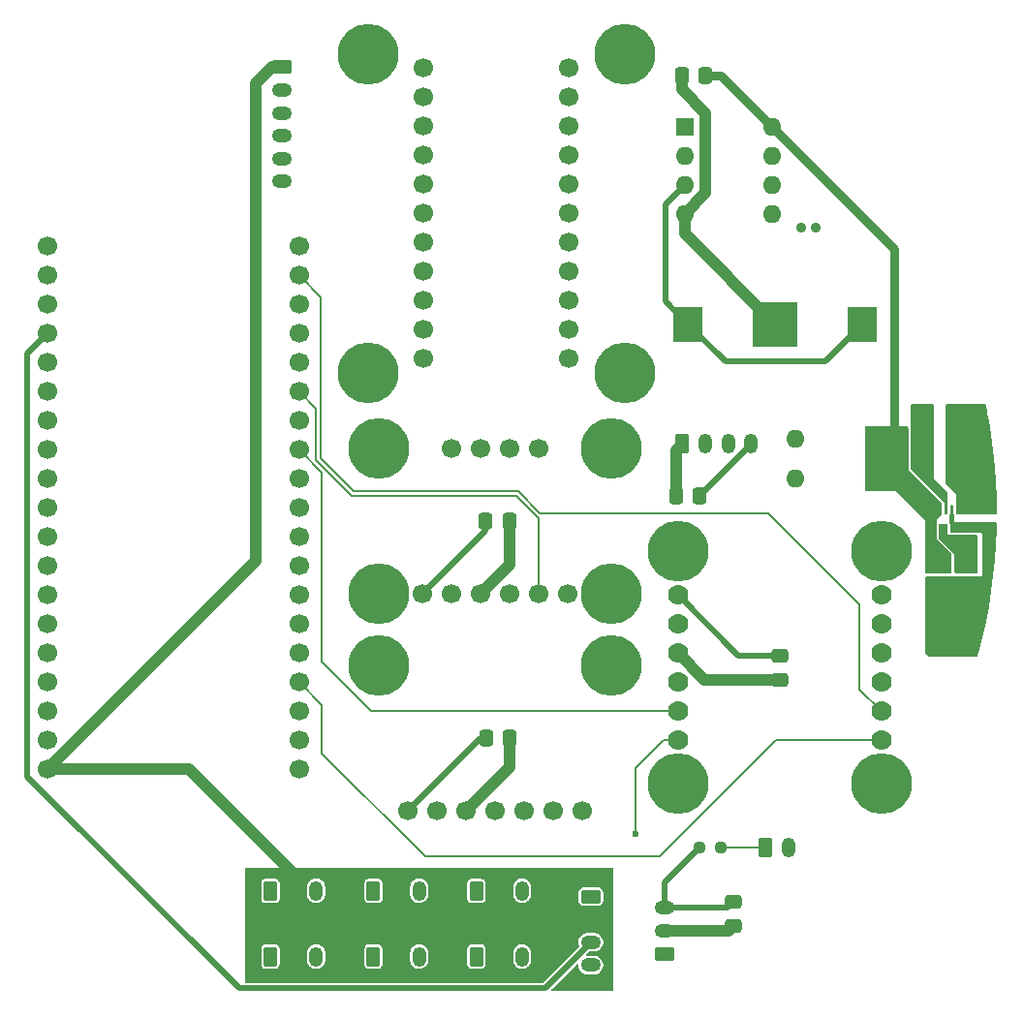
<source format=gbr>
%TF.GenerationSoftware,KiCad,Pcbnew,8.0.5*%
%TF.CreationDate,2025-05-01T20:42:09-04:00*%
%TF.ProjectId,CanSat_Sensor_Board,43616e53-6174-45f5-9365-6e736f725f42,rev?*%
%TF.SameCoordinates,Original*%
%TF.FileFunction,Copper,L1,Top*%
%TF.FilePolarity,Positive*%
%FSLAX46Y46*%
G04 Gerber Fmt 4.6, Leading zero omitted, Abs format (unit mm)*
G04 Created by KiCad (PCBNEW 8.0.5) date 2025-05-01 20:42:09*
%MOMM*%
%LPD*%
G01*
G04 APERTURE LIST*
G04 Aperture macros list*
%AMRoundRect*
0 Rectangle with rounded corners*
0 $1 Rounding radius*
0 $2 $3 $4 $5 $6 $7 $8 $9 X,Y pos of 4 corners*
0 Add a 4 corners polygon primitive as box body*
4,1,4,$2,$3,$4,$5,$6,$7,$8,$9,$2,$3,0*
0 Add four circle primitives for the rounded corners*
1,1,$1+$1,$2,$3*
1,1,$1+$1,$4,$5*
1,1,$1+$1,$6,$7*
1,1,$1+$1,$8,$9*
0 Add four rect primitives between the rounded corners*
20,1,$1+$1,$2,$3,$4,$5,0*
20,1,$1+$1,$4,$5,$6,$7,0*
20,1,$1+$1,$6,$7,$8,$9,0*
20,1,$1+$1,$8,$9,$2,$3,0*%
G04 Aperture macros list end*
%TA.AperFunction,ComponentPad*%
%ADD10C,1.600000*%
%TD*%
%TA.AperFunction,ComponentPad*%
%ADD11O,1.600000X1.600000*%
%TD*%
%TA.AperFunction,ComponentPad*%
%ADD12RoundRect,0.250000X-0.350000X-0.625000X0.350000X-0.625000X0.350000X0.625000X-0.350000X0.625000X0*%
%TD*%
%TA.AperFunction,ComponentPad*%
%ADD13O,1.200000X1.750000*%
%TD*%
%TA.AperFunction,SMDPad,CuDef*%
%ADD14RoundRect,0.250000X-0.475000X0.337500X-0.475000X-0.337500X0.475000X-0.337500X0.475000X0.337500X0*%
%TD*%
%TA.AperFunction,ComponentPad*%
%ADD15RoundRect,0.250000X-0.625000X0.350000X-0.625000X-0.350000X0.625000X-0.350000X0.625000X0.350000X0*%
%TD*%
%TA.AperFunction,ComponentPad*%
%ADD16O,1.750000X1.200000*%
%TD*%
%TA.AperFunction,SMDPad,CuDef*%
%ADD17RoundRect,0.250000X0.475000X-0.337500X0.475000X0.337500X-0.475000X0.337500X-0.475000X-0.337500X0*%
%TD*%
%TA.AperFunction,WasherPad*%
%ADD18C,5.300000*%
%TD*%
%TA.AperFunction,ComponentPad*%
%ADD19C,1.700000*%
%TD*%
%TA.AperFunction,ComponentPad*%
%ADD20C,0.910000*%
%TD*%
%TA.AperFunction,SMDPad,CuDef*%
%ADD21RoundRect,0.250000X0.337500X0.475000X-0.337500X0.475000X-0.337500X-0.475000X0.337500X-0.475000X0*%
%TD*%
%TA.AperFunction,ComponentPad*%
%ADD22C,1.778000*%
%TD*%
%TA.AperFunction,SMDPad,CuDef*%
%ADD23R,3.960000X3.960000*%
%TD*%
%TA.AperFunction,SMDPad,CuDef*%
%ADD24R,2.540000X3.170000*%
%TD*%
%TA.AperFunction,WasherPad*%
%ADD25C,1.700000*%
%TD*%
%TA.AperFunction,SMDPad,CuDef*%
%ADD26R,0.228600X0.711200*%
%TD*%
%TA.AperFunction,SMDPad,CuDef*%
%ADD27RoundRect,0.237500X0.250000X0.237500X-0.250000X0.237500X-0.250000X-0.237500X0.250000X-0.237500X0*%
%TD*%
%TA.AperFunction,ComponentPad*%
%ADD28RoundRect,0.250000X0.625000X-0.350000X0.625000X0.350000X-0.625000X0.350000X-0.625000X-0.350000X0*%
%TD*%
%TA.AperFunction,SMDPad,CuDef*%
%ADD29RoundRect,0.250000X-0.337500X-0.475000X0.337500X-0.475000X0.337500X0.475000X-0.337500X0.475000X0*%
%TD*%
%TA.AperFunction,SMDPad,CuDef*%
%ADD30R,1.500000X3.600000*%
%TD*%
%TA.AperFunction,ComponentPad*%
%ADD31R,1.600000X1.600000*%
%TD*%
%TA.AperFunction,ViaPad*%
%ADD32C,0.600000*%
%TD*%
%TA.AperFunction,Conductor*%
%ADD33C,0.500000*%
%TD*%
%TA.AperFunction,Conductor*%
%ADD34C,0.200000*%
%TD*%
%TA.AperFunction,Conductor*%
%ADD35C,1.000000*%
%TD*%
%TA.AperFunction,Conductor*%
%ADD36C,0.800000*%
%TD*%
G04 APERTURE END LIST*
D10*
%TO.P,R2,1*%
%TO.N,/5V*%
X187000000Y-97000000D03*
D11*
%TO.P,R2,2*%
%TO.N,Net-(Adafruit_BME280_STEMMA_QT_U3-Pin_6)*%
X179380000Y-97000000D03*
%TD*%
D12*
%TO.P,J9,1,Pin_1*%
%TO.N,GND*%
X133500000Y-138750000D03*
D13*
%TO.P,J9,2,Pin_2*%
%TO.N,/7.4V*%
X135500000Y-138750000D03*
%TO.P,J9,3,Pin_3*%
%TO.N,Net-(ESP32-DEVKIT-32_U1-IO14)*%
X137500000Y-138750000D03*
%TD*%
D14*
%TO.P,C8,1*%
%TO.N,/5V*%
X191750000Y-104175001D03*
%TO.P,C8,2*%
%TO.N,GND*%
X191750000Y-106250001D03*
%TD*%
D15*
%TO.P,J2,1,Pin_1*%
%TO.N,/7.4V*%
X134500000Y-61000000D03*
D16*
%TO.P,J2,2,Pin_2*%
%TO.N,Net-(ESP32-DEVKIT-32_U1-IO32)*%
X134500000Y-63000000D03*
%TO.P,J2,3,Pin_3*%
%TO.N,Net-(ESP32-DEVKIT-32_U1-IO33)*%
X134500000Y-65000000D03*
%TO.P,J2,4,Pin_4*%
%TO.N,Net-(ESP32-DEVKIT-32_U1-IO25)*%
X134500000Y-67000000D03*
%TO.P,J2,5,Pin_5*%
%TO.N,Net-(ESP32-DEVKIT-32_U1-IO26)*%
X134500000Y-69000000D03*
%TO.P,J2,6,Pin_6*%
%TO.N,GND*%
X134500000Y-71000000D03*
%TD*%
D17*
%TO.P,C7,1*%
%TO.N,GND*%
X194250000Y-106250001D03*
%TO.P,C7,2*%
%TO.N,/3.3V*%
X194250000Y-104175001D03*
%TD*%
D18*
%TO.P,SparkFunXBeeExplorer_U2,*%
%TO.N,*%
X164450000Y-87700000D03*
X164450000Y-59900000D03*
X142050000Y-87700000D03*
X142050000Y-59900000D03*
D19*
%TO.P,SparkFunXBeeExplorer_U2,JP5_1,GND*%
%TO.N,GND*%
X146900000Y-86500000D03*
%TO.P,SparkFunXBeeExplorer_U2,JP5_2,DTR*%
%TO.N,unconnected-(SparkFunXBeeExplorer_U2-DTR-PadJP5_2)*%
X146900000Y-83960000D03*
%TO.P,SparkFunXBeeExplorer_U2,JP5_3,RES1*%
%TO.N,unconnected-(SparkFunXBeeExplorer_U2-RES1-PadJP5_3)*%
X146900000Y-81420000D03*
%TO.P,SparkFunXBeeExplorer_U2,JP5_4,DIO11*%
%TO.N,unconnected-(SparkFunXBeeExplorer_U2-DIO11-PadJP5_4)*%
X146900000Y-78880000D03*
%TO.P,SparkFunXBeeExplorer_U2,JP5_5,RSSI*%
%TO.N,unconnected-(SparkFunXBeeExplorer_U2-RSSI-PadJP5_5)*%
X146900000Y-76340000D03*
%TO.P,SparkFunXBeeExplorer_U2,JP5_6,RESET*%
%TO.N,unconnected-(SparkFunXBeeExplorer_U2-RESET-PadJP5_6)*%
X146900000Y-73800000D03*
%TO.P,SparkFunXBeeExplorer_U2,JP5_7,DIO12*%
%TO.N,unconnected-(SparkFunXBeeExplorer_U2-DIO12-PadJP5_7)*%
X146900000Y-71260000D03*
%TO.P,SparkFunXBeeExplorer_U2,JP5_8,DIN*%
%TO.N,Net-(ESP32-DEVKIT-32_U1-IO17)*%
X146900000Y-68720000D03*
%TO.P,SparkFunXBeeExplorer_U2,JP5_9,DOUT*%
%TO.N,Net-(ESP32-DEVKIT-32_U1-IO16)*%
X146900000Y-66180000D03*
%TO.P,SparkFunXBeeExplorer_U2,JP5_10,3.3V*%
%TO.N,/3.3V*%
X146900000Y-63640000D03*
%TO.P,SparkFunXBeeExplorer_U2,JP5_11,GND*%
%TO.N,GND*%
X146900000Y-61100000D03*
%TO.P,SparkFunXBeeExplorer_U2,JP6_1,DIO0*%
%TO.N,unconnected-(SparkFunXBeeExplorer_U2-DIO0-PadJP6_1)*%
X159600000Y-61100000D03*
%TO.P,SparkFunXBeeExplorer_U2,JP6_2,DIO1*%
%TO.N,unconnected-(SparkFunXBeeExplorer_U2-DIO1-PadJP6_2)*%
X159600000Y-63640000D03*
%TO.P,SparkFunXBeeExplorer_U2,JP6_3,DIO2*%
%TO.N,unconnected-(SparkFunXBeeExplorer_U2-DIO2-PadJP6_3)*%
X159600000Y-66180000D03*
%TO.P,SparkFunXBeeExplorer_U2,JP6_4,DIO3*%
%TO.N,unconnected-(SparkFunXBeeExplorer_U2-DIO3-PadJP6_4)*%
X159600000Y-68720000D03*
%TO.P,SparkFunXBeeExplorer_U2,JP6_5,RTS*%
%TO.N,unconnected-(SparkFunXBeeExplorer_U2-RTS-PadJP6_5)*%
X159600000Y-71260000D03*
%TO.P,SparkFunXBeeExplorer_U2,JP6_6,DIO5*%
%TO.N,unconnected-(SparkFunXBeeExplorer_U2-DIO5-PadJP6_6)*%
X159600000Y-73800000D03*
%TO.P,SparkFunXBeeExplorer_U2,JP6_7,RES2*%
%TO.N,unconnected-(SparkFunXBeeExplorer_U2-RES2-PadJP6_7)*%
X159600000Y-76340000D03*
%TO.P,SparkFunXBeeExplorer_U2,JP6_8,DIO9*%
%TO.N,unconnected-(SparkFunXBeeExplorer_U2-DIO9-PadJP6_8)*%
X159600000Y-78880000D03*
%TO.P,SparkFunXBeeExplorer_U2,JP6_9,CTS*%
%TO.N,unconnected-(SparkFunXBeeExplorer_U2-CTS-PadJP6_9)*%
X159600000Y-81420000D03*
%TO.P,SparkFunXBeeExplorer_U2,JP6_10,DIO4*%
%TO.N,unconnected-(SparkFunXBeeExplorer_U2-DIO4-PadJP6_10)*%
X159600000Y-83960000D03*
%TO.P,SparkFunXBeeExplorer_U2,JP6_11,5V*%
%TO.N,unconnected-(SparkFunXBeeExplorer_U2-5V-PadJP6_11)*%
X159600000Y-86500000D03*
%TD*%
%TO.P,ESP32-DEVKIT-32_U1,J2-1,3V3*%
%TO.N,unconnected-(ESP32-DEVKIT-32_U1-3V3-PadJ2-1)*%
X114000000Y-76670000D03*
%TO.P,ESP32-DEVKIT-32_U1,J2-2,EN*%
%TO.N,unconnected-(ESP32-DEVKIT-32_U1-EN-PadJ2-2)*%
X114000000Y-79210000D03*
%TO.P,ESP32-DEVKIT-32_U1,J2-3,SENSOR_VP*%
%TO.N,unconnected-(ESP32-DEVKIT-32_U1-SENSOR_VP-PadJ2-3)*%
X114000000Y-81750000D03*
%TO.P,ESP32-DEVKIT-32_U1,J2-4,SENSOR_VN*%
%TO.N,/ADC*%
X114000000Y-84290000D03*
%TO.P,ESP32-DEVKIT-32_U1,J2-5,IO34*%
%TO.N,Net-(ESP32-DEVKIT-32_U1-IO34)*%
X114000000Y-86830000D03*
%TO.P,ESP32-DEVKIT-32_U1,J2-6,IO35*%
%TO.N,Net-(Adafruit_BNO085_U5-~{INT})*%
X114000000Y-89370000D03*
%TO.P,ESP32-DEVKIT-32_U1,J2-7,IO32*%
%TO.N,Net-(ESP32-DEVKIT-32_U1-IO32)*%
X114000000Y-91910000D03*
%TO.P,ESP32-DEVKIT-32_U1,J2-8,IO33*%
%TO.N,Net-(ESP32-DEVKIT-32_U1-IO33)*%
X114000000Y-94450000D03*
%TO.P,ESP32-DEVKIT-32_U1,J2-9,IO25*%
%TO.N,Net-(ESP32-DEVKIT-32_U1-IO25)*%
X114000000Y-96990000D03*
%TO.P,ESP32-DEVKIT-32_U1,J2-10,IO26*%
%TO.N,Net-(ESP32-DEVKIT-32_U1-IO26)*%
X114000000Y-99530000D03*
%TO.P,ESP32-DEVKIT-32_U1,J2-11,IO27*%
%TO.N,Net-(ESP32-DEVKIT-32_U1-IO27)*%
X114000000Y-102070000D03*
%TO.P,ESP32-DEVKIT-32_U1,J2-12,IO14*%
%TO.N,Net-(ESP32-DEVKIT-32_U1-IO14)*%
X114000000Y-104610000D03*
%TO.P,ESP32-DEVKIT-32_U1,J2-13,IO12*%
%TO.N,Net-(ESP32-DEVKIT-32_U1-IO12)*%
X114000000Y-107150000D03*
%TO.P,ESP32-DEVKIT-32_U1,J2-14,GND1*%
%TO.N,GND*%
X114000000Y-109690000D03*
%TO.P,ESP32-DEVKIT-32_U1,J2-15,IO13*%
%TO.N,Net-(ESP32-DEVKIT-32_U1-IO13)*%
X114000000Y-112230000D03*
%TO.P,ESP32-DEVKIT-32_U1,J2-16,SD2*%
%TO.N,unconnected-(ESP32-DEVKIT-32_U1-SD2-PadJ2-16)*%
X114000000Y-114770000D03*
%TO.P,ESP32-DEVKIT-32_U1,J2-17,SD3*%
%TO.N,unconnected-(ESP32-DEVKIT-32_U1-SD3-PadJ2-17)*%
X114000000Y-117310000D03*
%TO.P,ESP32-DEVKIT-32_U1,J2-18,CMD*%
%TO.N,unconnected-(ESP32-DEVKIT-32_U1-CMD-PadJ2-18)*%
X114000000Y-119850000D03*
%TO.P,ESP32-DEVKIT-32_U1,J2-19,EXT_5V*%
%TO.N,/7.4V*%
X114000000Y-122390000D03*
%TO.P,ESP32-DEVKIT-32_U1,J3-1,GND3*%
%TO.N,GND*%
X136000000Y-76670000D03*
%TO.P,ESP32-DEVKIT-32_U1,J3-2,IO23*%
%TO.N,Net-(Adafruit_BNO085_U5-DI)*%
X136000000Y-79210000D03*
%TO.P,ESP32-DEVKIT-32_U1,J3-3,IO22*%
%TO.N,Net-(Adafruit_BME280_STEMMA_QT_U3-Pin_4)*%
X136000000Y-81750000D03*
%TO.P,ESP32-DEVKIT-32_U1,J3-4,TXD0*%
%TO.N,Net-(ESP32-DEVKIT-32_U1-TXD0)*%
X136000000Y-84290000D03*
%TO.P,ESP32-DEVKIT-32_U1,J3-5,RXD0*%
%TO.N,Net-(ESP32-DEVKIT-32_U1-RXD0)*%
X136000000Y-86830000D03*
%TO.P,ESP32-DEVKIT-32_U1,J3-6,IO21*%
%TO.N,Net-(Adafruit_BME280_STEMMA_QT_U3-Pin_6)*%
X136000000Y-89370000D03*
%TO.P,ESP32-DEVKIT-32_U1,J3-7,GND2*%
%TO.N,GND*%
X136000000Y-91910000D03*
%TO.P,ESP32-DEVKIT-32_U1,J3-8,IO19*%
%TO.N,Net-(Adafruit_BNO085_U5-SDA)*%
X136000000Y-94450000D03*
%TO.P,ESP32-DEVKIT-32_U1,J3-9,IO18*%
%TO.N,Net-(Adafruit_BNO085_U5-SCL)*%
X136000000Y-96990000D03*
%TO.P,ESP32-DEVKIT-32_U1,J3-10,IO5*%
%TO.N,Net-(Adafruit_BNO085_U5-~{RST})*%
X136000000Y-99530000D03*
%TO.P,ESP32-DEVKIT-32_U1,J3-11,IO17*%
%TO.N,Net-(ESP32-DEVKIT-32_U1-IO17)*%
X136000000Y-102070000D03*
%TO.P,ESP32-DEVKIT-32_U1,J3-12,IO16*%
%TO.N,Net-(ESP32-DEVKIT-32_U1-IO16)*%
X136000000Y-104610000D03*
%TO.P,ESP32-DEVKIT-32_U1,J3-13,IO4*%
%TO.N,Net-(ESP32-DEVKIT-32_U1-IO4)*%
X136000000Y-107150000D03*
%TO.P,ESP32-DEVKIT-32_U1,J3-14,IO0*%
%TO.N,unconnected-(ESP32-DEVKIT-32_U1-IO0-PadJ3-14)*%
X136000000Y-109690000D03*
%TO.P,ESP32-DEVKIT-32_U1,J3-15,IO2*%
%TO.N,Net-(ESP32-DEVKIT-32_U1-IO2)*%
X136000000Y-112230000D03*
%TO.P,ESP32-DEVKIT-32_U1,J3-16,IO15*%
%TO.N,Net-(Adafruit_BNO085_U5-CS)*%
X136000000Y-114770000D03*
%TO.P,ESP32-DEVKIT-32_U1,J3-17,SD1*%
%TO.N,unconnected-(ESP32-DEVKIT-32_U1-SD1-PadJ3-17)*%
X136000000Y-117310000D03*
%TO.P,ESP32-DEVKIT-32_U1,J3-18,SD0*%
%TO.N,unconnected-(ESP32-DEVKIT-32_U1-SD0-PadJ3-18)*%
X136000000Y-119850000D03*
%TO.P,ESP32-DEVKIT-32_U1,J3-19,CLK*%
%TO.N,unconnected-(ESP32-DEVKIT-32_U1-CLK-PadJ3-19)*%
X136000000Y-122390000D03*
%TD*%
D20*
%TO.P,Y1,1*%
%TO.N,Net-(DS1307+_U6-X1)*%
X181135000Y-75000000D03*
%TO.P,Y1,2*%
%TO.N,Net-(DS1307+_U6-X2)*%
X179865000Y-75000000D03*
%TD*%
D18*
%TO.P,Adafruit_BME280_STEMMA_QT_U3,*%
%TO.N,*%
X143000000Y-113300000D03*
X163320000Y-113300000D03*
D19*
%TO.P,Adafruit_BME280_STEMMA_QT_U3,1,Pin_1*%
%TO.N,/3.3V*%
X145540000Y-126000000D03*
%TO.P,Adafruit_BME280_STEMMA_QT_U3,2,Pin_2*%
%TO.N,unconnected-(Adafruit_BME280_STEMMA_QT_U3-Pin_2-Pad2)*%
X148080000Y-126000000D03*
%TO.P,Adafruit_BME280_STEMMA_QT_U3,3,Pin_3*%
%TO.N,GND*%
X150620000Y-126000000D03*
%TO.P,Adafruit_BME280_STEMMA_QT_U3,4,Pin_4*%
%TO.N,Net-(Adafruit_BME280_STEMMA_QT_U3-Pin_4)*%
X153160000Y-126000000D03*
%TO.P,Adafruit_BME280_STEMMA_QT_U3,5,Pin_5*%
%TO.N,unconnected-(Adafruit_BME280_STEMMA_QT_U3-Pin_5-Pad5)*%
X155700000Y-126000000D03*
%TO.P,Adafruit_BME280_STEMMA_QT_U3,6,Pin_6*%
%TO.N,Net-(Adafruit_BME280_STEMMA_QT_U3-Pin_6)*%
X158240000Y-126000000D03*
%TO.P,Adafruit_BME280_STEMMA_QT_U3,7,Pin_7*%
%TO.N,unconnected-(Adafruit_BME280_STEMMA_QT_U3-Pin_7-Pad7)*%
X160780000Y-126000000D03*
%TD*%
D12*
%TO.P,J8,1,Pin_1*%
%TO.N,GND*%
X133500000Y-133000000D03*
D13*
%TO.P,J8,2,Pin_2*%
%TO.N,/7.4V*%
X135500000Y-133000000D03*
%TO.P,J8,3,Pin_3*%
%TO.N,Net-(ESP32-DEVKIT-32_U1-IO27)*%
X137500000Y-133000000D03*
%TD*%
D17*
%TO.P,C1,1*%
%TO.N,GND*%
X174000000Y-136037500D03*
%TO.P,C1,2*%
%TO.N,/3.3V*%
X174000000Y-133962500D03*
%TD*%
D12*
%TO.P,J4,1,Pin_1*%
%TO.N,GND*%
X169500000Y-93950000D03*
D13*
%TO.P,J4,2,Pin_2*%
%TO.N,Net-(ESP32-DEVKIT-32_U1-RXD0)*%
X171500000Y-93950000D03*
%TO.P,J4,3,Pin_3*%
%TO.N,Net-(ESP32-DEVKIT-32_U1-TXD0)*%
X173500000Y-93950000D03*
%TO.P,J4,4,Pin_4*%
%TO.N,/3.3V*%
X175500000Y-93950000D03*
%TD*%
D12*
%TO.P,J11,1,Pin_1*%
%TO.N,GND*%
X151500000Y-138750000D03*
D13*
%TO.P,J11,2,Pin_2*%
%TO.N,/7.4V*%
X153500000Y-138750000D03*
%TO.P,J11,3,Pin_3*%
%TO.N,Net-(ESP32-DEVKIT-32_U1-IO13)*%
X155500000Y-138750000D03*
%TD*%
D21*
%TO.P,C4,1*%
%TO.N,GND*%
X154387500Y-100650000D03*
%TO.P,C4,2*%
%TO.N,/3.3V*%
X152312500Y-100650000D03*
%TD*%
D22*
%TO.P,Adafruit_BNO085_U5,JP2_6,CS*%
%TO.N,Net-(Adafruit_BNO085_U5-CS)*%
X186890000Y-119850000D03*
%TO.P,Adafruit_BNO085_U5,JP2_5,DI*%
%TO.N,Net-(Adafruit_BNO085_U5-DI)*%
X186890000Y-117310000D03*
%TO.P,Adafruit_BNO085_U5,JP2_4,~{RST}*%
%TO.N,Net-(Adafruit_BNO085_U5-~{RST})*%
X186890000Y-114770000D03*
%TO.P,Adafruit_BNO085_U5,JP2_3,P1*%
%TO.N,unconnected-(Adafruit_BNO085_U5-P1-PadJP2_3)*%
X186890000Y-112230000D03*
%TO.P,Adafruit_BNO085_U5,JP2_2,P0*%
%TO.N,unconnected-(Adafruit_BNO085_U5-P0-PadJP2_2)*%
X186890000Y-109690000D03*
%TO.P,Adafruit_BNO085_U5,JP2_1,BT*%
%TO.N,unconnected-(Adafruit_BNO085_U5-BT-PadJP2_1)*%
X186890000Y-107150000D03*
%TO.P,Adafruit_BNO085_U5,JP1_6,~{INT}*%
%TO.N,Net-(Adafruit_BNO085_U5-~{INT})*%
X169110000Y-119850000D03*
%TO.P,Adafruit_BNO085_U5,JP1_5,SDA*%
%TO.N,Net-(Adafruit_BNO085_U5-SDA)*%
X169110000Y-117310000D03*
%TO.P,Adafruit_BNO085_U5,JP1_4,SCL*%
%TO.N,Net-(Adafruit_BNO085_U5-SCL)*%
X169110000Y-114770000D03*
%TO.P,Adafruit_BNO085_U5,JP1_3,GND*%
%TO.N,GND*%
X169110000Y-112230000D03*
%TO.P,Adafruit_BNO085_U5,JP1_2,3VO*%
%TO.N,unconnected-(Adafruit_BNO085_U5-3VO-PadJP1_2)*%
X169110000Y-109690000D03*
%TO.P,Adafruit_BNO085_U5,JP1_1,VIN*%
%TO.N,/3.3V*%
X169110000Y-107150000D03*
D18*
%TO.P,Adafruit_BNO085_U5,*%
%TO.N,*%
X169110000Y-123660000D03*
X186890000Y-123660000D03*
X169110000Y-103340000D03*
X186890000Y-103340000D03*
%TD*%
D23*
%TO.P,2894TR_U7,N*%
%TO.N,GND*%
X177620000Y-83500000D03*
D24*
%TO.P,2894TR_U7,P1*%
%TO.N,Net-(DS1307+_U6-VBAT)*%
X185240000Y-83500000D03*
%TO.P,2894TR_U7,P2*%
X170000000Y-83500000D03*
%TD*%
D10*
%TO.P,R3,1*%
%TO.N,/5V*%
X187000000Y-93500000D03*
D11*
%TO.P,R3,2*%
%TO.N,Net-(Adafruit_BME280_STEMMA_QT_U3-Pin_4)*%
X179380000Y-93500000D03*
%TD*%
D18*
%TO.P,Adafruit_LIS3MDL_U4,*%
%TO.N,*%
X143000000Y-94300000D03*
X143000000Y-107000000D03*
D25*
X149350000Y-94300000D03*
X151890000Y-94300000D03*
X154430000Y-94300000D03*
X156970000Y-94300000D03*
D18*
X163320000Y-94300000D03*
X163320000Y-107000000D03*
D19*
%TO.P,Adafruit_LIS3MDL_U4,1,Pin_1*%
%TO.N,/3.3V*%
X146810000Y-107000000D03*
%TO.P,Adafruit_LIS3MDL_U4,2,Pin_2*%
%TO.N,unconnected-(Adafruit_LIS3MDL_U4-Pin_2-Pad2)*%
X149350000Y-107000000D03*
%TO.P,Adafruit_LIS3MDL_U4,3,Pin_3*%
%TO.N,GND*%
X151890000Y-107000000D03*
%TO.P,Adafruit_LIS3MDL_U4,4,Pin_4*%
%TO.N,Net-(Adafruit_BME280_STEMMA_QT_U3-Pin_4)*%
X154430000Y-107000000D03*
%TO.P,Adafruit_LIS3MDL_U4,5,Pin_5*%
%TO.N,Net-(Adafruit_BME280_STEMMA_QT_U3-Pin_6)*%
X156970000Y-107000000D03*
%TO.P,Adafruit_LIS3MDL_U4,6,Pin_6*%
%TO.N,unconnected-(Adafruit_LIS3MDL_U4-Pin_6-Pad6)*%
X159510000Y-107000000D03*
%TD*%
D12*
%TO.P,J10,1,Pin_1*%
%TO.N,GND*%
X142500000Y-138750000D03*
D13*
%TO.P,J10,2,Pin_2*%
%TO.N,/7.4V*%
X144500000Y-138750000D03*
%TO.P,J10,3,Pin_3*%
%TO.N,Net-(ESP32-DEVKIT-32_U1-IO12)*%
X146500000Y-138750000D03*
%TD*%
D26*
%TO.P,TPS610333DRLR_U8,1,VIN*%
%TO.N,/3.3V*%
X192049200Y-101299201D03*
%TO.P,TPS610333DRLR_U8,2,EN*%
X192549201Y-101299201D03*
%TO.P,TPS610333DRLR_U8,3,MODE*%
%TO.N,GND*%
X193049201Y-101299201D03*
%TO.P,TPS610333DRLR_U8,4,PG*%
X193549202Y-101299201D03*
%TO.P,TPS610333DRLR_U8,5,FB*%
%TO.N,/3.3V*%
X193549202Y-99700799D03*
%TO.P,TPS610333DRLR_U8,6,GND*%
%TO.N,GND*%
X193049201Y-99700799D03*
%TO.P,TPS610333DRLR_U8,7,SW*%
%TO.N,/SW*%
X192549201Y-99700799D03*
%TO.P,TPS610333DRLR_U8,8,VOUT*%
%TO.N,/5V*%
X192049200Y-99700799D03*
%TD*%
D27*
%TO.P,R1,1*%
%TO.N,Net-(J5-Pin_1)*%
X172825000Y-129250000D03*
%TO.P,R1,2*%
%TO.N,/3.3V*%
X171000000Y-129250000D03*
%TD*%
D28*
%TO.P,J3,1,Pin_1*%
%TO.N,Net-(ESP32-DEVKIT-32_U1-IO34)*%
X167950000Y-138500000D03*
D16*
%TO.P,J3,2,Pin_2*%
%TO.N,GND*%
X167950000Y-136500000D03*
%TO.P,J3,3,Pin_3*%
%TO.N,/3.3V*%
X167950000Y-134500000D03*
%TD*%
D29*
%TO.P,C6,1*%
%TO.N,GND*%
X169462500Y-61750000D03*
%TO.P,C6,2*%
%TO.N,/5V*%
X171537500Y-61750000D03*
%TD*%
D30*
%TO.P,WE-LQS_4025_L1,1*%
%TO.N,/3.3V*%
X193525000Y-92500000D03*
%TO.P,WE-LQS_4025_L1,2*%
%TO.N,/SW*%
X190475000Y-92500000D03*
%TD*%
D12*
%TO.P,J6,1,Pin_1*%
%TO.N,GND*%
X142500000Y-133000000D03*
D13*
%TO.P,J6,2,Pin_2*%
%TO.N,/7.4V*%
X144500000Y-133000000D03*
%TO.P,J6,3,Pin_3*%
%TO.N,Net-(ESP32-DEVKIT-32_U1-IO2)*%
X146500000Y-133000000D03*
%TD*%
D29*
%TO.P,C3,1*%
%TO.N,GND*%
X168962500Y-98500000D03*
%TO.P,C3,2*%
%TO.N,/3.3V*%
X171037500Y-98500000D03*
%TD*%
D12*
%TO.P,J5,1,Pin_1*%
%TO.N,Net-(J5-Pin_1)*%
X176750000Y-129250000D03*
D13*
%TO.P,J5,2,Pin_2*%
%TO.N,GND*%
X178750000Y-129250000D03*
%TD*%
D15*
%TO.P,J1,1,Pin_1*%
%TO.N,/3.3V*%
X161500000Y-133500000D03*
D16*
%TO.P,J1,2,Pin_2*%
%TO.N,/7.4V*%
X161500000Y-135500000D03*
%TO.P,J1,3,Pin_3*%
%TO.N,/ADC*%
X161500000Y-137500000D03*
%TO.P,J1,4,Pin_4*%
%TO.N,GND*%
X161500000Y-139500000D03*
%TD*%
D31*
%TO.P,DS1307+_U6,1,X1*%
%TO.N,Net-(DS1307+_U6-X1)*%
X169700000Y-66200000D03*
D11*
%TO.P,DS1307+_U6,2,X2*%
%TO.N,Net-(DS1307+_U6-X2)*%
X169700000Y-68740000D03*
%TO.P,DS1307+_U6,3,VBAT*%
%TO.N,Net-(DS1307+_U6-VBAT)*%
X169700000Y-71280000D03*
%TO.P,DS1307+_U6,4,GND*%
%TO.N,GND*%
X169700000Y-73820000D03*
%TO.P,DS1307+_U6,5,SDA*%
%TO.N,Net-(Adafruit_BME280_STEMMA_QT_U3-Pin_6)*%
X177320000Y-73820000D03*
%TO.P,DS1307+_U6,6,SCL*%
%TO.N,Net-(Adafruit_BME280_STEMMA_QT_U3-Pin_4)*%
X177320000Y-71280000D03*
%TO.P,DS1307+_U6,7,SQW/OUT*%
%TO.N,unconnected-(DS1307+_U6-SQW{slash}OUT-Pad7)*%
X177320000Y-68740000D03*
%TO.P,DS1307+_U6,8,VCC*%
%TO.N,/5V*%
X177320000Y-66200000D03*
%TD*%
D12*
%TO.P,J7,1,Pin_1*%
%TO.N,GND*%
X151500000Y-133000000D03*
D13*
%TO.P,J7,2,Pin_2*%
%TO.N,/7.4V*%
X153500000Y-133000000D03*
%TO.P,J7,3,Pin_3*%
%TO.N,Net-(ESP32-DEVKIT-32_U1-IO4)*%
X155500000Y-133000000D03*
%TD*%
D17*
%TO.P,C5,1*%
%TO.N,GND*%
X178000000Y-114537500D03*
%TO.P,C5,2*%
%TO.N,/3.3V*%
X178000000Y-112462500D03*
%TD*%
D29*
%TO.P,C2,1*%
%TO.N,/3.3V*%
X152342500Y-119650000D03*
%TO.P,C2,2*%
%TO.N,GND*%
X154417500Y-119650000D03*
%TD*%
D32*
%TO.N,Net-(Adafruit_BNO085_U5-~{INT})*%
X165400000Y-128000000D03*
%TO.N,/3.3V*%
X195250000Y-99000000D03*
X193525000Y-92500000D03*
X194250000Y-97250000D03*
X194250000Y-104250000D03*
X194750000Y-102500000D03*
X196000000Y-97750000D03*
X195500000Y-95750000D03*
X193750000Y-95500000D03*
X193500000Y-102500000D03*
%TO.N,GND*%
X191750000Y-106250001D03*
X194250000Y-106250001D03*
X193750000Y-108250000D03*
X194750000Y-110250000D03*
X193500000Y-111250000D03*
X191750000Y-109750000D03*
X191750000Y-111000000D03*
X193000000Y-109500000D03*
X195000000Y-108250000D03*
X191500000Y-108250000D03*
%TO.N,/5V*%
X190500000Y-99250000D03*
X191750000Y-104250000D03*
X189250000Y-97750000D03*
X188750000Y-94250000D03*
%TO.N,/SW*%
X190475000Y-92500000D03*
X190500000Y-94500000D03*
X190500000Y-96000000D03*
%TD*%
D33*
%TO.N,Net-(DS1307+_U6-VBAT)*%
X170000000Y-83500000D02*
X173250000Y-86750000D01*
X168000000Y-72980000D02*
X169700000Y-71280000D01*
X173250000Y-86750000D02*
X181990000Y-86750000D01*
X170000000Y-83500000D02*
X168000000Y-81500000D01*
X168000000Y-81500000D02*
X168000000Y-72980000D01*
X181990000Y-86750000D02*
X185240000Y-83500000D01*
D34*
%TO.N,Net-(Adafruit_BME280_STEMMA_QT_U3-Pin_6)*%
X156970000Y-107000000D02*
X156970000Y-100470000D01*
X156970000Y-100470000D02*
X155000000Y-98500000D01*
X140615686Y-98500000D02*
X143000000Y-98500000D01*
X155000000Y-98500000D02*
X143000000Y-98500000D01*
X136000000Y-89370000D02*
X137500000Y-90870000D01*
X137500000Y-90870000D02*
X137500000Y-95384314D01*
X137500000Y-95384314D02*
X140615686Y-98500000D01*
%TO.N,Net-(Adafruit_BNO085_U5-DI)*%
X185000000Y-108000000D02*
X177000000Y-100000000D01*
X140781372Y-98100000D02*
X137900000Y-95218628D01*
X137900000Y-81110000D02*
X136000000Y-79210000D01*
X186890000Y-117310000D02*
X185000000Y-115420000D01*
X155165686Y-98100000D02*
X140781372Y-98100000D01*
X137900000Y-95218628D02*
X137900000Y-81110000D01*
X157065686Y-100000000D02*
X155165686Y-98100000D01*
X177000000Y-100000000D02*
X157065686Y-100000000D01*
X185000000Y-115420000D02*
X185000000Y-108000000D01*
%TO.N,Net-(Adafruit_BNO085_U5-SDA)*%
X138000000Y-113000000D02*
X138000000Y-96450000D01*
X169110000Y-117310000D02*
X142310000Y-117310000D01*
X138000000Y-96450000D02*
X136000000Y-94450000D01*
X142310000Y-117310000D02*
X138000000Y-113000000D01*
%TO.N,Net-(Adafruit_BNO085_U5-CS)*%
X167500000Y-130000000D02*
X147000000Y-130000000D01*
X138000000Y-116770000D02*
X136000000Y-114770000D01*
X138000000Y-121000000D02*
X138000000Y-116770000D01*
X177650000Y-119850000D02*
X167500000Y-130000000D01*
X186890000Y-119850000D02*
X177650000Y-119850000D01*
X147000000Y-130000000D02*
X138000000Y-121000000D01*
%TO.N,Net-(Adafruit_BNO085_U5-~{INT})*%
X169110000Y-119850000D02*
X167852765Y-119850000D01*
X165400000Y-122302764D02*
X165851382Y-121851382D01*
X165400000Y-128000000D02*
X165400000Y-122302764D01*
X167852765Y-119850000D02*
X165851382Y-121851382D01*
D33*
%TO.N,/3.3V*%
X167950000Y-134500000D02*
X173462500Y-134500000D01*
X167950000Y-132300000D02*
X171000000Y-129250000D01*
X152342500Y-119650000D02*
X151890000Y-119650000D01*
X174422500Y-112462500D02*
X169110000Y-107150000D01*
X167950000Y-134500000D02*
X167950000Y-132300000D01*
X173462500Y-134500000D02*
X174000000Y-133962500D01*
X146810000Y-107000000D02*
X152312500Y-101497500D01*
X152312500Y-101497500D02*
X152312500Y-100650000D01*
D34*
X170537500Y-98500000D02*
X170950000Y-98500000D01*
D33*
X175500000Y-94037500D02*
X171037500Y-98500000D01*
X178000000Y-112462500D02*
X174422500Y-112462500D01*
X151890000Y-119650000D02*
X145540000Y-126000000D01*
X175500000Y-93950000D02*
X175500000Y-94037500D01*
D35*
%TO.N,GND*%
X154417500Y-119650000D02*
X154417500Y-122202500D01*
X154387500Y-100650000D02*
X154387500Y-104502500D01*
X169462500Y-62962500D02*
X171500000Y-65000000D01*
X168962500Y-98500000D02*
X168962500Y-94487500D01*
X154387500Y-104502500D02*
X151890000Y-107000000D01*
X173537500Y-136500000D02*
X174000000Y-136037500D01*
X168962500Y-94487500D02*
X169500000Y-93950000D01*
X171417500Y-114537500D02*
X169110000Y-112230000D01*
X177620000Y-83500000D02*
X169700000Y-75580000D01*
X169700000Y-75580000D02*
X169700000Y-73820000D01*
X169462500Y-61750000D02*
X169462500Y-62962500D01*
X178000000Y-114537500D02*
X171417500Y-114537500D01*
X154417500Y-122202500D02*
X150620000Y-126000000D01*
X171500000Y-65000000D02*
X171500000Y-72020000D01*
X167950000Y-136500000D02*
X173537500Y-136500000D01*
X171500000Y-72020000D02*
X169700000Y-73820000D01*
D36*
%TO.N,/5V*%
X172870000Y-61750000D02*
X177320000Y-66200000D01*
X188000000Y-92500000D02*
X188000000Y-76880000D01*
X187000000Y-93500000D02*
X187000000Y-93250000D01*
X171537500Y-61750000D02*
X172870000Y-61750000D01*
X188000000Y-76880000D02*
X177320000Y-66200000D01*
X187000000Y-93500000D02*
X188000000Y-92500000D01*
D35*
%TO.N,/7.4V*%
X153500000Y-133113478D02*
X153500000Y-133000000D01*
X126390000Y-122390000D02*
X135500000Y-131500000D01*
X114000000Y-122390000D02*
X132250000Y-104140000D01*
X132250000Y-104140000D02*
X132250000Y-62375000D01*
X135500000Y-131500000D02*
X135500000Y-132725000D01*
X135500000Y-139250000D02*
X135500000Y-138750000D01*
X133625000Y-61000000D02*
X134500000Y-61000000D01*
X114000000Y-122390000D02*
X126390000Y-122390000D01*
X144500000Y-138750000D02*
X144500000Y-139250000D01*
X153500000Y-138750000D02*
X153500000Y-139250000D01*
D34*
X135500000Y-132725000D02*
X135500000Y-133000000D01*
D35*
X132250000Y-62375000D02*
X133625000Y-61000000D01*
D34*
%TO.N,Net-(J5-Pin_1)*%
X172825000Y-129250000D02*
X176750000Y-129250000D01*
D33*
%TO.N,/ADC*%
X157500000Y-141500000D02*
X161500000Y-137500000D01*
X114000000Y-84290000D02*
X112250000Y-86040000D01*
X112250000Y-86040000D02*
X112250000Y-123000000D01*
X112250000Y-123000000D02*
X130750000Y-141500000D01*
X130750000Y-141500000D02*
X157500000Y-141500000D01*
%TD*%
%TA.AperFunction,Conductor*%
%TO.N,/SW*%
G36*
X191443039Y-90469685D02*
G01*
X191488794Y-90522489D01*
X191500000Y-90574000D01*
X191500000Y-97000000D01*
X192663681Y-98163681D01*
X192697166Y-98225004D01*
X192700000Y-98251362D01*
X192700000Y-99976000D01*
X192680315Y-100043039D01*
X192627511Y-100088794D01*
X192576000Y-100100000D01*
X192529500Y-100100000D01*
X192462461Y-100080315D01*
X192416706Y-100027511D01*
X192405500Y-99976000D01*
X192405500Y-99201361D01*
X192404321Y-99179383D01*
X192400837Y-99146982D01*
X192401419Y-99146919D01*
X192400000Y-99133118D01*
X192400000Y-99050000D01*
X189491819Y-96141819D01*
X189458334Y-96080496D01*
X189455500Y-96054138D01*
X189455500Y-92522376D01*
X189455499Y-92522373D01*
X189450753Y-92476817D01*
X189451041Y-92476786D01*
X189450000Y-92463424D01*
X189450000Y-90574000D01*
X189469685Y-90506961D01*
X189522489Y-90461206D01*
X189574000Y-90450000D01*
X191376000Y-90450000D01*
X191443039Y-90469685D01*
G37*
%TD.AperFunction*%
%TD*%
%TA.AperFunction,Conductor*%
%TO.N,/7.4V*%
G36*
X163443039Y-131019685D02*
G01*
X163488794Y-131072489D01*
X163500000Y-131124000D01*
X163500000Y-141626000D01*
X163480315Y-141693039D01*
X163427511Y-141738794D01*
X163376000Y-141750000D01*
X158186465Y-141750000D01*
X158119426Y-141730315D01*
X158073671Y-141677511D01*
X158063727Y-141608353D01*
X158092752Y-141544797D01*
X158098784Y-141538319D01*
X160212819Y-139424283D01*
X160274142Y-139390798D01*
X160343834Y-139395782D01*
X160399767Y-139437654D01*
X160424184Y-139503118D01*
X160424500Y-139511964D01*
X160424500Y-139578846D01*
X160455261Y-139733489D01*
X160455264Y-139733501D01*
X160515602Y-139879172D01*
X160515609Y-139879185D01*
X160603210Y-140010288D01*
X160603213Y-140010292D01*
X160714707Y-140121786D01*
X160714711Y-140121789D01*
X160845814Y-140209390D01*
X160845827Y-140209397D01*
X160991498Y-140269735D01*
X160991503Y-140269737D01*
X161146153Y-140300499D01*
X161146156Y-140300500D01*
X161146158Y-140300500D01*
X161853844Y-140300500D01*
X161853845Y-140300499D01*
X162008497Y-140269737D01*
X162154179Y-140209394D01*
X162285289Y-140121789D01*
X162396789Y-140010289D01*
X162484394Y-139879179D01*
X162544737Y-139733497D01*
X162575500Y-139578842D01*
X162575500Y-139421158D01*
X162575500Y-139421155D01*
X162575499Y-139421153D01*
X162544738Y-139266510D01*
X162544737Y-139266503D01*
X162544735Y-139266498D01*
X162484397Y-139120827D01*
X162484390Y-139120814D01*
X162396789Y-138989711D01*
X162396786Y-138989707D01*
X162285292Y-138878213D01*
X162285288Y-138878210D01*
X162154185Y-138790609D01*
X162154172Y-138790602D01*
X162008501Y-138730264D01*
X162008489Y-138730261D01*
X161853845Y-138699500D01*
X161853842Y-138699500D01*
X161236965Y-138699500D01*
X161169926Y-138679815D01*
X161124171Y-138627011D01*
X161114227Y-138557853D01*
X161143252Y-138494297D01*
X161149284Y-138487819D01*
X161300284Y-138336819D01*
X161361607Y-138303334D01*
X161387965Y-138300500D01*
X161853844Y-138300500D01*
X161853845Y-138300499D01*
X162008497Y-138269737D01*
X162154179Y-138209394D01*
X162285289Y-138121789D01*
X162396789Y-138010289D01*
X162484394Y-137879179D01*
X162544737Y-137733497D01*
X162575500Y-137578842D01*
X162575500Y-137421158D01*
X162575500Y-137421155D01*
X162575499Y-137421153D01*
X162544738Y-137266510D01*
X162544737Y-137266503D01*
X162544735Y-137266498D01*
X162484397Y-137120827D01*
X162484390Y-137120814D01*
X162396789Y-136989711D01*
X162396786Y-136989707D01*
X162285292Y-136878213D01*
X162285288Y-136878210D01*
X162154185Y-136790609D01*
X162154172Y-136790602D01*
X162008501Y-136730264D01*
X162008489Y-136730261D01*
X161853845Y-136699500D01*
X161853842Y-136699500D01*
X161146158Y-136699500D01*
X161146155Y-136699500D01*
X160991510Y-136730261D01*
X160991498Y-136730264D01*
X160845827Y-136790602D01*
X160845814Y-136790609D01*
X160714711Y-136878210D01*
X160714707Y-136878213D01*
X160603213Y-136989707D01*
X160603210Y-136989711D01*
X160515609Y-137120814D01*
X160515602Y-137120827D01*
X160455264Y-137266498D01*
X160455261Y-137266510D01*
X160424500Y-137421153D01*
X160424500Y-137578846D01*
X160455261Y-137733489D01*
X160455264Y-137733501D01*
X160474559Y-137780083D01*
X160482028Y-137849552D01*
X160450752Y-137912031D01*
X160447679Y-137915216D01*
X157349716Y-141013181D01*
X157288393Y-141046666D01*
X157262035Y-141049500D01*
X131374000Y-141049500D01*
X131306961Y-141029815D01*
X131261206Y-140977011D01*
X131250000Y-140925500D01*
X131250000Y-138070730D01*
X132699500Y-138070730D01*
X132699500Y-139429269D01*
X132702353Y-139459699D01*
X132702353Y-139459701D01*
X132744044Y-139578844D01*
X132747207Y-139587882D01*
X132827850Y-139697150D01*
X132937118Y-139777793D01*
X132979845Y-139792744D01*
X133065299Y-139822646D01*
X133095730Y-139825500D01*
X133095734Y-139825500D01*
X133904270Y-139825500D01*
X133934699Y-139822646D01*
X133934701Y-139822646D01*
X133998790Y-139800219D01*
X134062882Y-139777793D01*
X134172150Y-139697150D01*
X134252793Y-139587882D01*
X134282453Y-139503118D01*
X134297646Y-139459701D01*
X134297646Y-139459699D01*
X134300500Y-139429269D01*
X134300500Y-138396153D01*
X136699500Y-138396153D01*
X136699500Y-139103846D01*
X136730261Y-139258489D01*
X136730264Y-139258501D01*
X136790602Y-139404172D01*
X136790609Y-139404185D01*
X136878210Y-139535288D01*
X136878213Y-139535292D01*
X136989707Y-139646786D01*
X136989711Y-139646789D01*
X137120814Y-139734390D01*
X137120827Y-139734397D01*
X137225596Y-139777793D01*
X137266503Y-139794737D01*
X137406810Y-139822646D01*
X137421153Y-139825499D01*
X137421156Y-139825500D01*
X137421158Y-139825500D01*
X137578844Y-139825500D01*
X137578845Y-139825499D01*
X137733497Y-139794737D01*
X137879179Y-139734394D01*
X138010289Y-139646789D01*
X138121789Y-139535289D01*
X138209394Y-139404179D01*
X138269737Y-139258497D01*
X138300500Y-139103842D01*
X138300500Y-138396158D01*
X138300500Y-138396155D01*
X138300499Y-138396153D01*
X138275353Y-138269737D01*
X138269737Y-138241503D01*
X138269735Y-138241498D01*
X138209397Y-138095827D01*
X138209390Y-138095814D01*
X138192629Y-138070730D01*
X141699500Y-138070730D01*
X141699500Y-139429269D01*
X141702353Y-139459699D01*
X141702353Y-139459701D01*
X141744044Y-139578844D01*
X141747207Y-139587882D01*
X141827850Y-139697150D01*
X141937118Y-139777793D01*
X141979845Y-139792744D01*
X142065299Y-139822646D01*
X142095730Y-139825500D01*
X142095734Y-139825500D01*
X142904270Y-139825500D01*
X142934699Y-139822646D01*
X142934701Y-139822646D01*
X142998790Y-139800219D01*
X143062882Y-139777793D01*
X143172150Y-139697150D01*
X143252793Y-139587882D01*
X143282453Y-139503118D01*
X143297646Y-139459701D01*
X143297646Y-139459699D01*
X143300500Y-139429269D01*
X143300500Y-138396153D01*
X145699500Y-138396153D01*
X145699500Y-139103846D01*
X145730261Y-139258489D01*
X145730264Y-139258501D01*
X145790602Y-139404172D01*
X145790609Y-139404185D01*
X145878210Y-139535288D01*
X145878213Y-139535292D01*
X145989707Y-139646786D01*
X145989711Y-139646789D01*
X146120814Y-139734390D01*
X146120827Y-139734397D01*
X146225596Y-139777793D01*
X146266503Y-139794737D01*
X146406810Y-139822646D01*
X146421153Y-139825499D01*
X146421156Y-139825500D01*
X146421158Y-139825500D01*
X146578844Y-139825500D01*
X146578845Y-139825499D01*
X146733497Y-139794737D01*
X146879179Y-139734394D01*
X147010289Y-139646789D01*
X147121789Y-139535289D01*
X147209394Y-139404179D01*
X147269737Y-139258497D01*
X147300500Y-139103842D01*
X147300500Y-138396158D01*
X147300500Y-138396155D01*
X147300499Y-138396153D01*
X147275353Y-138269737D01*
X147269737Y-138241503D01*
X147269735Y-138241498D01*
X147209397Y-138095827D01*
X147209390Y-138095814D01*
X147192629Y-138070730D01*
X150699500Y-138070730D01*
X150699500Y-139429269D01*
X150702353Y-139459699D01*
X150702353Y-139459701D01*
X150744044Y-139578844D01*
X150747207Y-139587882D01*
X150827850Y-139697150D01*
X150937118Y-139777793D01*
X150979845Y-139792744D01*
X151065299Y-139822646D01*
X151095730Y-139825500D01*
X151095734Y-139825500D01*
X151904270Y-139825500D01*
X151934699Y-139822646D01*
X151934701Y-139822646D01*
X151998790Y-139800219D01*
X152062882Y-139777793D01*
X152172150Y-139697150D01*
X152252793Y-139587882D01*
X152282453Y-139503118D01*
X152297646Y-139459701D01*
X152297646Y-139459699D01*
X152300500Y-139429269D01*
X152300500Y-138396153D01*
X154699500Y-138396153D01*
X154699500Y-139103846D01*
X154730261Y-139258489D01*
X154730264Y-139258501D01*
X154790602Y-139404172D01*
X154790609Y-139404185D01*
X154878210Y-139535288D01*
X154878213Y-139535292D01*
X154989707Y-139646786D01*
X154989711Y-139646789D01*
X155120814Y-139734390D01*
X155120827Y-139734397D01*
X155225596Y-139777793D01*
X155266503Y-139794737D01*
X155406810Y-139822646D01*
X155421153Y-139825499D01*
X155421156Y-139825500D01*
X155421158Y-139825500D01*
X155578844Y-139825500D01*
X155578845Y-139825499D01*
X155733497Y-139794737D01*
X155879179Y-139734394D01*
X156010289Y-139646789D01*
X156121789Y-139535289D01*
X156209394Y-139404179D01*
X156269737Y-139258497D01*
X156300500Y-139103842D01*
X156300500Y-138396158D01*
X156300500Y-138396155D01*
X156300499Y-138396153D01*
X156275353Y-138269737D01*
X156269737Y-138241503D01*
X156269735Y-138241498D01*
X156209397Y-138095827D01*
X156209390Y-138095814D01*
X156121789Y-137964711D01*
X156121786Y-137964707D01*
X156010292Y-137853213D01*
X156010288Y-137853210D01*
X155879185Y-137765609D01*
X155879172Y-137765602D01*
X155733501Y-137705264D01*
X155733489Y-137705261D01*
X155578845Y-137674500D01*
X155578842Y-137674500D01*
X155421158Y-137674500D01*
X155421155Y-137674500D01*
X155266510Y-137705261D01*
X155266498Y-137705264D01*
X155120827Y-137765602D01*
X155120814Y-137765609D01*
X154989711Y-137853210D01*
X154989707Y-137853213D01*
X154878213Y-137964707D01*
X154878210Y-137964711D01*
X154790609Y-138095814D01*
X154790602Y-138095827D01*
X154730264Y-138241498D01*
X154730261Y-138241510D01*
X154699500Y-138396153D01*
X152300500Y-138396153D01*
X152300500Y-138070730D01*
X152297646Y-138040300D01*
X152297646Y-138040298D01*
X152252793Y-137912119D01*
X152252792Y-137912117D01*
X152228483Y-137879179D01*
X152172150Y-137802850D01*
X152062882Y-137722207D01*
X152062880Y-137722206D01*
X151934700Y-137677353D01*
X151904270Y-137674500D01*
X151904266Y-137674500D01*
X151095734Y-137674500D01*
X151095730Y-137674500D01*
X151065300Y-137677353D01*
X151065298Y-137677353D01*
X150937119Y-137722206D01*
X150937117Y-137722207D01*
X150827850Y-137802850D01*
X150747207Y-137912117D01*
X150747206Y-137912119D01*
X150702353Y-138040298D01*
X150702353Y-138040300D01*
X150699500Y-138070730D01*
X147192629Y-138070730D01*
X147121789Y-137964711D01*
X147121786Y-137964707D01*
X147010292Y-137853213D01*
X147010288Y-137853210D01*
X146879185Y-137765609D01*
X146879172Y-137765602D01*
X146733501Y-137705264D01*
X146733489Y-137705261D01*
X146578845Y-137674500D01*
X146578842Y-137674500D01*
X146421158Y-137674500D01*
X146421155Y-137674500D01*
X146266510Y-137705261D01*
X146266498Y-137705264D01*
X146120827Y-137765602D01*
X146120814Y-137765609D01*
X145989711Y-137853210D01*
X145989707Y-137853213D01*
X145878213Y-137964707D01*
X145878210Y-137964711D01*
X145790609Y-138095814D01*
X145790602Y-138095827D01*
X145730264Y-138241498D01*
X145730261Y-138241510D01*
X145699500Y-138396153D01*
X143300500Y-138396153D01*
X143300500Y-138070730D01*
X143297646Y-138040300D01*
X143297646Y-138040298D01*
X143252793Y-137912119D01*
X143252792Y-137912117D01*
X143228483Y-137879179D01*
X143172150Y-137802850D01*
X143062882Y-137722207D01*
X143062880Y-137722206D01*
X142934700Y-137677353D01*
X142904270Y-137674500D01*
X142904266Y-137674500D01*
X142095734Y-137674500D01*
X142095730Y-137674500D01*
X142065300Y-137677353D01*
X142065298Y-137677353D01*
X141937119Y-137722206D01*
X141937117Y-137722207D01*
X141827850Y-137802850D01*
X141747207Y-137912117D01*
X141747206Y-137912119D01*
X141702353Y-138040298D01*
X141702353Y-138040300D01*
X141699500Y-138070730D01*
X138192629Y-138070730D01*
X138121789Y-137964711D01*
X138121786Y-137964707D01*
X138010292Y-137853213D01*
X138010288Y-137853210D01*
X137879185Y-137765609D01*
X137879172Y-137765602D01*
X137733501Y-137705264D01*
X137733489Y-137705261D01*
X137578845Y-137674500D01*
X137578842Y-137674500D01*
X137421158Y-137674500D01*
X137421155Y-137674500D01*
X137266510Y-137705261D01*
X137266498Y-137705264D01*
X137120827Y-137765602D01*
X137120814Y-137765609D01*
X136989711Y-137853210D01*
X136989707Y-137853213D01*
X136878213Y-137964707D01*
X136878210Y-137964711D01*
X136790609Y-138095814D01*
X136790602Y-138095827D01*
X136730264Y-138241498D01*
X136730261Y-138241510D01*
X136699500Y-138396153D01*
X134300500Y-138396153D01*
X134300500Y-138070730D01*
X134297646Y-138040300D01*
X134297646Y-138040298D01*
X134252793Y-137912119D01*
X134252792Y-137912117D01*
X134228483Y-137879179D01*
X134172150Y-137802850D01*
X134062882Y-137722207D01*
X134062880Y-137722206D01*
X133934700Y-137677353D01*
X133904270Y-137674500D01*
X133904266Y-137674500D01*
X133095734Y-137674500D01*
X133095730Y-137674500D01*
X133065300Y-137677353D01*
X133065298Y-137677353D01*
X132937119Y-137722206D01*
X132937117Y-137722207D01*
X132827850Y-137802850D01*
X132747207Y-137912117D01*
X132747206Y-137912119D01*
X132702353Y-138040298D01*
X132702353Y-138040300D01*
X132699500Y-138070730D01*
X131250000Y-138070730D01*
X131250000Y-132320730D01*
X132699500Y-132320730D01*
X132699500Y-133679269D01*
X132702353Y-133709699D01*
X132702353Y-133709701D01*
X132747206Y-133837880D01*
X132747207Y-133837882D01*
X132827850Y-133947150D01*
X132937118Y-134027793D01*
X132979845Y-134042744D01*
X133065299Y-134072646D01*
X133095730Y-134075500D01*
X133095734Y-134075500D01*
X133904270Y-134075500D01*
X133934699Y-134072646D01*
X133934701Y-134072646D01*
X133998790Y-134050219D01*
X134062882Y-134027793D01*
X134172150Y-133947150D01*
X134252793Y-133837882D01*
X134275219Y-133773790D01*
X134297646Y-133709701D01*
X134297646Y-133709699D01*
X134300500Y-133679269D01*
X134300500Y-132646153D01*
X136699500Y-132646153D01*
X136699500Y-133353846D01*
X136730261Y-133508489D01*
X136730264Y-133508501D01*
X136790602Y-133654172D01*
X136790609Y-133654185D01*
X136878210Y-133785288D01*
X136878213Y-133785292D01*
X136989707Y-133896786D01*
X136989711Y-133896789D01*
X137120814Y-133984390D01*
X137120827Y-133984397D01*
X137225596Y-134027793D01*
X137266503Y-134044737D01*
X137406810Y-134072646D01*
X137421153Y-134075499D01*
X137421156Y-134075500D01*
X137421158Y-134075500D01*
X137578844Y-134075500D01*
X137578845Y-134075499D01*
X137733497Y-134044737D01*
X137879179Y-133984394D01*
X138010289Y-133896789D01*
X138121789Y-133785289D01*
X138209394Y-133654179D01*
X138269737Y-133508497D01*
X138300500Y-133353842D01*
X138300500Y-132646158D01*
X138300500Y-132646155D01*
X138300499Y-132646153D01*
X138269738Y-132491510D01*
X138269737Y-132491503D01*
X138269735Y-132491498D01*
X138209397Y-132345827D01*
X138209390Y-132345814D01*
X138192629Y-132320730D01*
X141699500Y-132320730D01*
X141699500Y-133679269D01*
X141702353Y-133709699D01*
X141702353Y-133709701D01*
X141747206Y-133837880D01*
X141747207Y-133837882D01*
X141827850Y-133947150D01*
X141937118Y-134027793D01*
X141979845Y-134042744D01*
X142065299Y-134072646D01*
X142095730Y-134075500D01*
X142095734Y-134075500D01*
X142904270Y-134075500D01*
X142934699Y-134072646D01*
X142934701Y-134072646D01*
X142998790Y-134050219D01*
X143062882Y-134027793D01*
X143172150Y-133947150D01*
X143252793Y-133837882D01*
X143275219Y-133773790D01*
X143297646Y-133709701D01*
X143297646Y-133709699D01*
X143300500Y-133679269D01*
X143300500Y-132646153D01*
X145699500Y-132646153D01*
X145699500Y-133353846D01*
X145730261Y-133508489D01*
X145730264Y-133508501D01*
X145790602Y-133654172D01*
X145790609Y-133654185D01*
X145878210Y-133785288D01*
X145878213Y-133785292D01*
X145989707Y-133896786D01*
X145989711Y-133896789D01*
X146120814Y-133984390D01*
X146120827Y-133984397D01*
X146225596Y-134027793D01*
X146266503Y-134044737D01*
X146406810Y-134072646D01*
X146421153Y-134075499D01*
X146421156Y-134075500D01*
X146421158Y-134075500D01*
X146578844Y-134075500D01*
X146578845Y-134075499D01*
X146733497Y-134044737D01*
X146879179Y-133984394D01*
X147010289Y-133896789D01*
X147121789Y-133785289D01*
X147209394Y-133654179D01*
X147269737Y-133508497D01*
X147300500Y-133353842D01*
X147300500Y-132646158D01*
X147300500Y-132646155D01*
X147300499Y-132646153D01*
X147269738Y-132491510D01*
X147269737Y-132491503D01*
X147269735Y-132491498D01*
X147209397Y-132345827D01*
X147209390Y-132345814D01*
X147192629Y-132320730D01*
X150699500Y-132320730D01*
X150699500Y-133679269D01*
X150702353Y-133709699D01*
X150702353Y-133709701D01*
X150747206Y-133837880D01*
X150747207Y-133837882D01*
X150827850Y-133947150D01*
X150937118Y-134027793D01*
X150979845Y-134042744D01*
X151065299Y-134072646D01*
X151095730Y-134075500D01*
X151095734Y-134075500D01*
X151904270Y-134075500D01*
X151934699Y-134072646D01*
X151934701Y-134072646D01*
X151998790Y-134050219D01*
X152062882Y-134027793D01*
X152172150Y-133947150D01*
X152252793Y-133837882D01*
X152275219Y-133773790D01*
X152297646Y-133709701D01*
X152297646Y-133709699D01*
X152300500Y-133679269D01*
X152300500Y-132646153D01*
X154699500Y-132646153D01*
X154699500Y-133353846D01*
X154730261Y-133508489D01*
X154730264Y-133508501D01*
X154790602Y-133654172D01*
X154790609Y-133654185D01*
X154878210Y-133785288D01*
X154878213Y-133785292D01*
X154989707Y-133896786D01*
X154989711Y-133896789D01*
X155120814Y-133984390D01*
X155120827Y-133984397D01*
X155225596Y-134027793D01*
X155266503Y-134044737D01*
X155406810Y-134072646D01*
X155421153Y-134075499D01*
X155421156Y-134075500D01*
X155421158Y-134075500D01*
X155578844Y-134075500D01*
X155578845Y-134075499D01*
X155733497Y-134044737D01*
X155879179Y-133984394D01*
X156010289Y-133896789D01*
X156121789Y-133785289D01*
X156209394Y-133654179D01*
X156269737Y-133508497D01*
X156300500Y-133353842D01*
X156300500Y-133095730D01*
X160424500Y-133095730D01*
X160424500Y-133904269D01*
X160427353Y-133934699D01*
X160427353Y-133934701D01*
X160465858Y-134044738D01*
X160472207Y-134062882D01*
X160552850Y-134172150D01*
X160662118Y-134252793D01*
X160704845Y-134267744D01*
X160790299Y-134297646D01*
X160820730Y-134300500D01*
X160820734Y-134300500D01*
X162179270Y-134300500D01*
X162209699Y-134297646D01*
X162209701Y-134297646D01*
X162273790Y-134275219D01*
X162337882Y-134252793D01*
X162447150Y-134172150D01*
X162527793Y-134062882D01*
X162555257Y-133984394D01*
X162572646Y-133934701D01*
X162572646Y-133934699D01*
X162575500Y-133904269D01*
X162575500Y-133095730D01*
X162572646Y-133065300D01*
X162572646Y-133065298D01*
X162527793Y-132937119D01*
X162527792Y-132937117D01*
X162447150Y-132827850D01*
X162337882Y-132747207D01*
X162337880Y-132747206D01*
X162209700Y-132702353D01*
X162179270Y-132699500D01*
X162179266Y-132699500D01*
X160820734Y-132699500D01*
X160820730Y-132699500D01*
X160790300Y-132702353D01*
X160790298Y-132702353D01*
X160662119Y-132747206D01*
X160662117Y-132747207D01*
X160552850Y-132827850D01*
X160472207Y-132937117D01*
X160472206Y-132937119D01*
X160427353Y-133065298D01*
X160427353Y-133065300D01*
X160424500Y-133095730D01*
X156300500Y-133095730D01*
X156300500Y-132646158D01*
X156300500Y-132646155D01*
X156300499Y-132646153D01*
X156269738Y-132491510D01*
X156269737Y-132491503D01*
X156269735Y-132491498D01*
X156209397Y-132345827D01*
X156209390Y-132345814D01*
X156121789Y-132214711D01*
X156121786Y-132214707D01*
X156010292Y-132103213D01*
X156010288Y-132103210D01*
X155879185Y-132015609D01*
X155879172Y-132015602D01*
X155733501Y-131955264D01*
X155733489Y-131955261D01*
X155578845Y-131924500D01*
X155578842Y-131924500D01*
X155421158Y-131924500D01*
X155421155Y-131924500D01*
X155266510Y-131955261D01*
X155266498Y-131955264D01*
X155120827Y-132015602D01*
X155120814Y-132015609D01*
X154989711Y-132103210D01*
X154989707Y-132103213D01*
X154878213Y-132214707D01*
X154878210Y-132214711D01*
X154790609Y-132345814D01*
X154790602Y-132345827D01*
X154730264Y-132491498D01*
X154730261Y-132491510D01*
X154699500Y-132646153D01*
X152300500Y-132646153D01*
X152300500Y-132320730D01*
X152297646Y-132290300D01*
X152297646Y-132290298D01*
X152252793Y-132162119D01*
X152252792Y-132162117D01*
X152209319Y-132103213D01*
X152172150Y-132052850D01*
X152062882Y-131972207D01*
X152062880Y-131972206D01*
X151934700Y-131927353D01*
X151904270Y-131924500D01*
X151904266Y-131924500D01*
X151095734Y-131924500D01*
X151095730Y-131924500D01*
X151065300Y-131927353D01*
X151065298Y-131927353D01*
X150937119Y-131972206D01*
X150937117Y-131972207D01*
X150827850Y-132052850D01*
X150747207Y-132162117D01*
X150747206Y-132162119D01*
X150702353Y-132290298D01*
X150702353Y-132290300D01*
X150699500Y-132320730D01*
X147192629Y-132320730D01*
X147121789Y-132214711D01*
X147121786Y-132214707D01*
X147010292Y-132103213D01*
X147010288Y-132103210D01*
X146879185Y-132015609D01*
X146879172Y-132015602D01*
X146733501Y-131955264D01*
X146733489Y-131955261D01*
X146578845Y-131924500D01*
X146578842Y-131924500D01*
X146421158Y-131924500D01*
X146421155Y-131924500D01*
X146266510Y-131955261D01*
X146266498Y-131955264D01*
X146120827Y-132015602D01*
X146120814Y-132015609D01*
X145989711Y-132103210D01*
X145989707Y-132103213D01*
X145878213Y-132214707D01*
X145878210Y-132214711D01*
X145790609Y-132345814D01*
X145790602Y-132345827D01*
X145730264Y-132491498D01*
X145730261Y-132491510D01*
X145699500Y-132646153D01*
X143300500Y-132646153D01*
X143300500Y-132320730D01*
X143297646Y-132290300D01*
X143297646Y-132290298D01*
X143252793Y-132162119D01*
X143252792Y-132162117D01*
X143209319Y-132103213D01*
X143172150Y-132052850D01*
X143062882Y-131972207D01*
X143062880Y-131972206D01*
X142934700Y-131927353D01*
X142904270Y-131924500D01*
X142904266Y-131924500D01*
X142095734Y-131924500D01*
X142095730Y-131924500D01*
X142065300Y-131927353D01*
X142065298Y-131927353D01*
X141937119Y-131972206D01*
X141937117Y-131972207D01*
X141827850Y-132052850D01*
X141747207Y-132162117D01*
X141747206Y-132162119D01*
X141702353Y-132290298D01*
X141702353Y-132290300D01*
X141699500Y-132320730D01*
X138192629Y-132320730D01*
X138121789Y-132214711D01*
X138121786Y-132214707D01*
X138010292Y-132103213D01*
X138010288Y-132103210D01*
X137879185Y-132015609D01*
X137879172Y-132015602D01*
X137733501Y-131955264D01*
X137733489Y-131955261D01*
X137578845Y-131924500D01*
X137578842Y-131924500D01*
X137421158Y-131924500D01*
X137421155Y-131924500D01*
X137266510Y-131955261D01*
X137266498Y-131955264D01*
X137120827Y-132015602D01*
X137120814Y-132015609D01*
X136989711Y-132103210D01*
X136989707Y-132103213D01*
X136878213Y-132214707D01*
X136878210Y-132214711D01*
X136790609Y-132345814D01*
X136790602Y-132345827D01*
X136730264Y-132491498D01*
X136730261Y-132491510D01*
X136699500Y-132646153D01*
X134300500Y-132646153D01*
X134300500Y-132320730D01*
X134297646Y-132290300D01*
X134297646Y-132290298D01*
X134252793Y-132162119D01*
X134252792Y-132162117D01*
X134209319Y-132103213D01*
X134172150Y-132052850D01*
X134062882Y-131972207D01*
X134062880Y-131972206D01*
X133934700Y-131927353D01*
X133904270Y-131924500D01*
X133904266Y-131924500D01*
X133095734Y-131924500D01*
X133095730Y-131924500D01*
X133065300Y-131927353D01*
X133065298Y-131927353D01*
X132937119Y-131972206D01*
X132937117Y-131972207D01*
X132827850Y-132052850D01*
X132747207Y-132162117D01*
X132747206Y-132162119D01*
X132702353Y-132290298D01*
X132702353Y-132290300D01*
X132699500Y-132320730D01*
X131250000Y-132320730D01*
X131250000Y-131124000D01*
X131269685Y-131056961D01*
X131322489Y-131011206D01*
X131374000Y-131000000D01*
X163376000Y-131000000D01*
X163443039Y-131019685D01*
G37*
%TD.AperFunction*%
%TD*%
%TA.AperFunction,Conductor*%
%TO.N,/3.3V*%
G36*
X195984259Y-90469685D02*
G01*
X196030014Y-90522489D01*
X196039010Y-90550694D01*
X196266531Y-91739645D01*
X196285135Y-91836860D01*
X196285761Y-91840412D01*
X196502973Y-93186486D01*
X196503496Y-93190055D01*
X196681469Y-94541892D01*
X196681888Y-94545474D01*
X196820470Y-95901941D01*
X196820784Y-95905534D01*
X196919852Y-97265413D01*
X196920062Y-97269014D01*
X196979538Y-98631228D01*
X196979643Y-98634834D01*
X196999125Y-99974197D01*
X196980417Y-100041515D01*
X196928285Y-100088033D01*
X196875138Y-100100000D01*
X193524000Y-100100000D01*
X193456961Y-100080315D01*
X193411206Y-100027511D01*
X193400000Y-99976000D01*
X193400000Y-98350000D01*
X192536319Y-97486319D01*
X192502834Y-97424996D01*
X192500000Y-97398638D01*
X192500000Y-90574000D01*
X192519685Y-90506961D01*
X192572489Y-90461206D01*
X192624000Y-90450000D01*
X195917220Y-90450000D01*
X195984259Y-90469685D01*
G37*
%TD.AperFunction*%
%TD*%
%TA.AperFunction,Conductor*%
%TO.N,/3.3V*%
G36*
X192643039Y-100919685D02*
G01*
X192688794Y-100972489D01*
X192700000Y-101024000D01*
X192700000Y-101900000D01*
X193500000Y-101900000D01*
X195176000Y-101900000D01*
X195243039Y-101919685D01*
X195288794Y-101972489D01*
X195300000Y-102024000D01*
X195300000Y-105126000D01*
X195280315Y-105193039D01*
X195227511Y-105238794D01*
X195176000Y-105250000D01*
X193424000Y-105250000D01*
X193356961Y-105230315D01*
X193311206Y-105177511D01*
X193300000Y-105126000D01*
X193300000Y-103550000D01*
X191941819Y-102191819D01*
X191908334Y-102130496D01*
X191905500Y-102104138D01*
X191905500Y-101024000D01*
X191925185Y-100956961D01*
X191977989Y-100911206D01*
X192029500Y-100900000D01*
X192576000Y-100900000D01*
X192643039Y-100919685D01*
G37*
%TD.AperFunction*%
%TD*%
%TA.AperFunction,Conductor*%
%TO.N,/5V*%
G36*
X191700000Y-100599998D02*
G01*
X191700000Y-102250000D01*
X193013681Y-103563681D01*
X193047166Y-103625004D01*
X193050000Y-103651362D01*
X193050000Y-105126000D01*
X193030315Y-105193039D01*
X192977511Y-105238794D01*
X192926000Y-105250000D01*
X190824000Y-105250000D01*
X190756961Y-105230315D01*
X190711206Y-105177511D01*
X190700000Y-105126000D01*
X190700000Y-100600000D01*
X190750000Y-100650000D01*
X191744998Y-100550500D01*
X191700000Y-100599998D01*
G37*
%TD.AperFunction*%
%TD*%
%TA.AperFunction,Conductor*%
%TO.N,/5V*%
G36*
X189127633Y-92398389D02*
G01*
X189194406Y-92418954D01*
X189239462Y-92472355D01*
X189250000Y-92522378D01*
X189250000Y-96200000D01*
X192163681Y-99113681D01*
X192197166Y-99175004D01*
X192200000Y-99201362D01*
X192200000Y-100048638D01*
X192180315Y-100115677D01*
X192163681Y-100136319D01*
X191768169Y-100531830D01*
X191750097Y-100544892D01*
X191744998Y-100550500D01*
X190750000Y-100650000D01*
X188200000Y-98100000D01*
X185574000Y-98100000D01*
X185506961Y-98080315D01*
X185461206Y-98027511D01*
X185450000Y-97976000D01*
X185450000Y-92475642D01*
X185469685Y-92408603D01*
X185522489Y-92362848D01*
X185575630Y-92351653D01*
X189127633Y-92398389D01*
G37*
%TD.AperFunction*%
%TD*%
%TA.AperFunction,Conductor*%
%TO.N,GND*%
G36*
X193137539Y-99269685D02*
G01*
X193183294Y-99322489D01*
X193194500Y-99374000D01*
X193194500Y-99976007D01*
X193199197Y-100019686D01*
X193210397Y-100071174D01*
X193212342Y-100079133D01*
X193212890Y-100081373D01*
X193235432Y-100123675D01*
X193250000Y-100181989D01*
X193250000Y-100750000D01*
X196862774Y-100750000D01*
X196929813Y-100769685D01*
X196975568Y-100822489D01*
X196986761Y-100875803D01*
X196979643Y-101365165D01*
X196979538Y-101368771D01*
X196920062Y-102730985D01*
X196919852Y-102734586D01*
X196820784Y-104094465D01*
X196820470Y-104098058D01*
X196681888Y-105454525D01*
X196681469Y-105458107D01*
X196503496Y-106809944D01*
X196502973Y-106813513D01*
X196285761Y-108159587D01*
X196285135Y-108163139D01*
X196028862Y-109502336D01*
X196028133Y-109505869D01*
X195733009Y-110837081D01*
X195732177Y-110840590D01*
X195398468Y-112162632D01*
X195397534Y-112166116D01*
X195328417Y-112409832D01*
X195291189Y-112468957D01*
X195227905Y-112498569D01*
X195209122Y-112500000D01*
X191051362Y-112500000D01*
X190984323Y-112480315D01*
X190963681Y-112463681D01*
X190786319Y-112286319D01*
X190752834Y-112224996D01*
X190750000Y-112198638D01*
X190750000Y-105624000D01*
X190769685Y-105556961D01*
X190822489Y-105511206D01*
X190874000Y-105500000D01*
X195750000Y-105500000D01*
X195750000Y-101750000D01*
X195667191Y-101667191D01*
X193029500Y-101667191D01*
X192962461Y-101647506D01*
X192916706Y-101594702D01*
X192905500Y-101543191D01*
X192905500Y-101024008D01*
X192905499Y-101023992D01*
X192900803Y-100980316D01*
X192889597Y-100928805D01*
X192887110Y-100918627D01*
X192887109Y-100918625D01*
X192885269Y-100911093D01*
X192886981Y-100910674D01*
X192881553Y-100881207D01*
X192881553Y-100104930D01*
X192886576Y-100069993D01*
X192897175Y-100033898D01*
X192905500Y-99976000D01*
X192905500Y-99374000D01*
X192925185Y-99306961D01*
X192977989Y-99261206D01*
X193029500Y-99250000D01*
X193070500Y-99250000D01*
X193137539Y-99269685D01*
G37*
%TD.AperFunction*%
%TD*%
M02*

</source>
